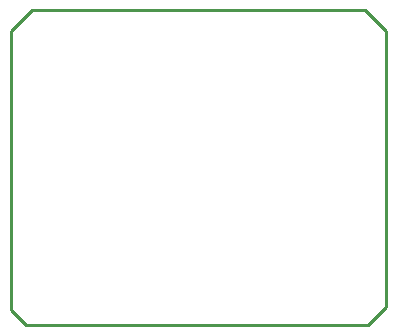
<source format=gbr>
G04*
G04 #@! TF.GenerationSoftware,Altium Limited,Altium Designer,25.8.1 (18)*
G04*
G04 Layer_Color=16711935*
%FSLAX42Y42*%
%MOMM*%
G71*
G04*
G04 #@! TF.SameCoordinates,2F32B27C-ED81-4B25-BD7C-17359FCC7723*
G04*
G04*
G04 #@! TF.FilePolarity,Positive*
G04*
G01*
G75*
%ADD11C,0.25*%
D11*
X4674Y9754D02*
X4801Y9627D01*
X4674Y9754D02*
Y12116D01*
X4851Y12294D01*
X7671D01*
X7849Y12116D01*
Y9779D02*
Y12116D01*
X7696Y9627D02*
X7849Y9779D01*
X4801Y9627D02*
X7696D01*
M02*

</source>
